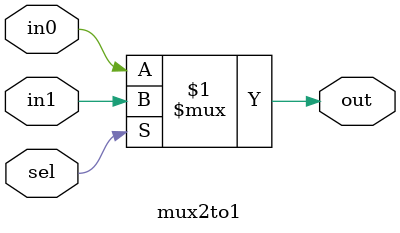
<source format=sv>
module mux2to1(in0, in1, sel, out);
   
    output out;
    input  in0, in1, sel;
    assign out = sel? in1:in0;
   
endmodule 
</source>
